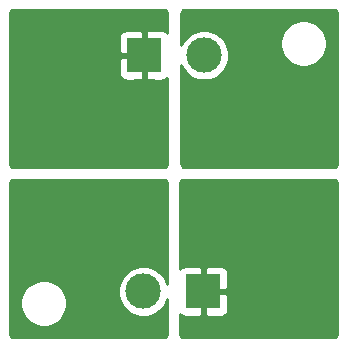
<source format=gbl>
G04 #@! TF.GenerationSoftware,KiCad,Pcbnew,5.1.4-e60b266~84~ubuntu18.04.1*
G04 #@! TF.CreationDate,2019-08-17T00:39:34+05:30*
G04 #@! TF.ProjectId,SFH4715AS_breakout,53464834-3731-4354-9153-5f627265616b,rev?*
G04 #@! TF.SameCoordinates,Original*
G04 #@! TF.FileFunction,Copper,L2,Bot*
G04 #@! TF.FilePolarity,Positive*
%FSLAX46Y46*%
G04 Gerber Fmt 4.6, Leading zero omitted, Abs format (unit mm)*
G04 Created by KiCad (PCBNEW 5.1.4-e60b266~84~ubuntu18.04.1) date 2019-08-17 00:39:34*
%MOMM*%
%LPD*%
G04 APERTURE LIST*
%ADD10C,3.000000*%
%ADD11R,3.000000X3.000000*%
%ADD12C,0.800000*%
%ADD13C,0.600000*%
%ADD14C,0.254000*%
G04 APERTURE END LIST*
D10*
X27580000Y-15000000D03*
D11*
X22500000Y-15000000D03*
D10*
X22420000Y-35000000D03*
D11*
X27500000Y-35000000D03*
D12*
X29100000Y-24100000D03*
X29100000Y-23300000D03*
X29100000Y-22500000D03*
X29900000Y-22500000D03*
X29900000Y-23300000D03*
X29900000Y-24100000D03*
X33000000Y-21000000D03*
X34000000Y-21000000D03*
X35000000Y-21000000D03*
X36000000Y-21000000D03*
X37000000Y-21000000D03*
X33000000Y-20000000D03*
X33000000Y-19000000D03*
X33000000Y-18000000D03*
X33000000Y-17000000D03*
X33000000Y-16000000D03*
X33000000Y-15000000D03*
X33000000Y-14000000D03*
X33000000Y-13000000D03*
X37000000Y-22000000D03*
X36000000Y-22000000D03*
X35000000Y-22000000D03*
X34000000Y-22000000D03*
X33000000Y-22000000D03*
X20900000Y-25900000D03*
X20900000Y-26700000D03*
X20900000Y-27500000D03*
X20100000Y-27500000D03*
X20100000Y-26700000D03*
X20100000Y-25900000D03*
X17000000Y-28000000D03*
X17000000Y-29000000D03*
X17000000Y-30000000D03*
X17000000Y-31000000D03*
X17000000Y-32000000D03*
X17000000Y-33000000D03*
X17000000Y-34000000D03*
X17000000Y-35000000D03*
X17000000Y-36000000D03*
X17000000Y-37000000D03*
X16000000Y-28000000D03*
X15000000Y-28000000D03*
X14000000Y-28000000D03*
X13000000Y-28000000D03*
X13000000Y-29000000D03*
X14000000Y-29000000D03*
X16000000Y-29000000D03*
X15000000Y-29000000D03*
X20100000Y-23000000D03*
X20900000Y-21400000D03*
X20900000Y-22200000D03*
X20100000Y-22200000D03*
X20900000Y-23000000D03*
X20100000Y-21400000D03*
X17000000Y-21000000D03*
X16000000Y-21000000D03*
X15000000Y-21000000D03*
X14000000Y-21000000D03*
X13000000Y-21000000D03*
X17000000Y-20000000D03*
X17000000Y-19000000D03*
X17000000Y-18000000D03*
X17000000Y-17000000D03*
X17000000Y-16000000D03*
X17000000Y-15000000D03*
X17000000Y-14000000D03*
X17000000Y-13000000D03*
X13000000Y-22000000D03*
X14000000Y-22000000D03*
X15000000Y-22000000D03*
X16000000Y-22000000D03*
X17000000Y-22000000D03*
X33000000Y-28000000D03*
X33000000Y-29000000D03*
X33000000Y-30000000D03*
X33000000Y-31000000D03*
X33000000Y-32000000D03*
X33000000Y-33000000D03*
X33000000Y-34000000D03*
X33000000Y-35000000D03*
X33000000Y-36000000D03*
X33000000Y-37000000D03*
X34000000Y-28000000D03*
X35000000Y-28000000D03*
X36000000Y-28000000D03*
X37000000Y-28000000D03*
X37000000Y-29000000D03*
X36000000Y-29000000D03*
X35000000Y-29000000D03*
X34000000Y-29000000D03*
X29100000Y-27000000D03*
X29100000Y-27800000D03*
X29100000Y-28600000D03*
X29900000Y-28600000D03*
X29900000Y-27800000D03*
X29900000Y-27000000D03*
D13*
X29100000Y-24100000D02*
X29100000Y-23300000D01*
X29100000Y-22500000D02*
X29900000Y-22500000D01*
X29900000Y-23300000D02*
X29900000Y-24100000D01*
X29900000Y-22500000D02*
X31500000Y-22500000D01*
X31500000Y-22500000D02*
X33000000Y-21000000D01*
X34000000Y-21000000D02*
X35000000Y-21000000D01*
X36000000Y-21000000D02*
X37000000Y-21000000D01*
X33000000Y-20000000D02*
X33000000Y-19000000D01*
X33000000Y-18000000D02*
X33000000Y-17000000D01*
X33000000Y-17000000D02*
X33000000Y-16000000D01*
X33000000Y-15000000D02*
X33000000Y-14000000D01*
X37000000Y-21000000D02*
X37000000Y-22000000D01*
X36000000Y-22000000D02*
X35000000Y-22000000D01*
X34000000Y-22000000D02*
X33000000Y-22000000D01*
X20900000Y-25900000D02*
X20900000Y-26700000D01*
X20900000Y-26700000D02*
X20900000Y-27500000D01*
X20100000Y-27500000D02*
X20100000Y-26700000D01*
X17000000Y-28000000D02*
X17000000Y-29000000D01*
X17000000Y-30000000D02*
X17000000Y-31000000D01*
X17000000Y-32000000D02*
X17000000Y-33000000D01*
X17000000Y-34000000D02*
X17000000Y-35000000D01*
X17000000Y-36000000D02*
X17000000Y-37000000D01*
X14000000Y-28000000D02*
X13000000Y-28000000D01*
X13000000Y-29000000D02*
X14000000Y-29000000D01*
X20100000Y-22200000D02*
X20900000Y-22200000D01*
X20900000Y-21400000D02*
X20100000Y-21400000D01*
X20900000Y-23000000D02*
X20100000Y-23000000D01*
X17000000Y-21000000D02*
X16000000Y-21000000D01*
X15000000Y-21000000D02*
X14000000Y-21000000D01*
X17000000Y-21000000D02*
X17000000Y-20000000D01*
X17000000Y-19000000D02*
X17000000Y-18000000D01*
X17000000Y-16000000D02*
X17000000Y-15000000D01*
X17000000Y-14000000D02*
X17000000Y-13000000D01*
X13000000Y-22000000D02*
X14000000Y-22000000D01*
X15000000Y-22000000D02*
X16000000Y-22000000D01*
X33000000Y-28000000D02*
X33000000Y-29000000D01*
X33000000Y-30000000D02*
X33000000Y-31000000D01*
X33000000Y-32000000D02*
X33000000Y-33000000D01*
X33000000Y-34000000D02*
X33000000Y-35000000D01*
X33000000Y-36000000D02*
X33000000Y-37000000D01*
X34000000Y-28000000D02*
X35000000Y-28000000D01*
X36000000Y-28000000D02*
X37000000Y-28000000D01*
X37000000Y-29000000D02*
X36000000Y-29000000D01*
X35000000Y-29000000D02*
X34000000Y-29000000D01*
X29100000Y-27000000D02*
X29100000Y-27800000D01*
X29100000Y-28600000D02*
X29900000Y-28600000D01*
X29900000Y-27800000D02*
X29900000Y-27000000D01*
D14*
G36*
X24196257Y-11140769D02*
G01*
X24285955Y-11177923D01*
X24362976Y-11237024D01*
X24422077Y-11314045D01*
X24459231Y-11403743D01*
X24473000Y-11508328D01*
X24473000Y-13075397D01*
X24451185Y-13048815D01*
X24354494Y-12969463D01*
X24244180Y-12910498D01*
X24124482Y-12874188D01*
X24000000Y-12861928D01*
X22785750Y-12865000D01*
X22627000Y-13023750D01*
X22627000Y-14873000D01*
X22647000Y-14873000D01*
X22647000Y-15127000D01*
X22627000Y-15127000D01*
X22627000Y-16976250D01*
X22785750Y-17135000D01*
X24000000Y-17138072D01*
X24124482Y-17125812D01*
X24244180Y-17089502D01*
X24354494Y-17030537D01*
X24451185Y-16951185D01*
X24473000Y-16924603D01*
X24473000Y-24091672D01*
X24459231Y-24196257D01*
X24422077Y-24285955D01*
X24362976Y-24362976D01*
X24285955Y-24422077D01*
X24196257Y-24459231D01*
X24091672Y-24473000D01*
X11508328Y-24473000D01*
X11403743Y-24459231D01*
X11314045Y-24422077D01*
X11237024Y-24362976D01*
X11177923Y-24285955D01*
X11140769Y-24196257D01*
X11127000Y-24091672D01*
X11127000Y-16500000D01*
X20361928Y-16500000D01*
X20374188Y-16624482D01*
X20410498Y-16744180D01*
X20469463Y-16854494D01*
X20548815Y-16951185D01*
X20645506Y-17030537D01*
X20755820Y-17089502D01*
X20875518Y-17125812D01*
X21000000Y-17138072D01*
X22214250Y-17135000D01*
X22373000Y-16976250D01*
X22373000Y-15127000D01*
X20523750Y-15127000D01*
X20365000Y-15285750D01*
X20361928Y-16500000D01*
X11127000Y-16500000D01*
X11127000Y-13500000D01*
X20361928Y-13500000D01*
X20365000Y-14714250D01*
X20523750Y-14873000D01*
X22373000Y-14873000D01*
X22373000Y-13023750D01*
X22214250Y-12865000D01*
X21000000Y-12861928D01*
X20875518Y-12874188D01*
X20755820Y-12910498D01*
X20645506Y-12969463D01*
X20548815Y-13048815D01*
X20469463Y-13145506D01*
X20410498Y-13255820D01*
X20374188Y-13375518D01*
X20361928Y-13500000D01*
X11127000Y-13500000D01*
X11127000Y-11508328D01*
X11140769Y-11403743D01*
X11177923Y-11314045D01*
X11237024Y-11237024D01*
X11314045Y-11177923D01*
X11403743Y-11140769D01*
X11508328Y-11127000D01*
X24091672Y-11127000D01*
X24196257Y-11140769D01*
X24196257Y-11140769D01*
G37*
X24196257Y-11140769D02*
X24285955Y-11177923D01*
X24362976Y-11237024D01*
X24422077Y-11314045D01*
X24459231Y-11403743D01*
X24473000Y-11508328D01*
X24473000Y-13075397D01*
X24451185Y-13048815D01*
X24354494Y-12969463D01*
X24244180Y-12910498D01*
X24124482Y-12874188D01*
X24000000Y-12861928D01*
X22785750Y-12865000D01*
X22627000Y-13023750D01*
X22627000Y-14873000D01*
X22647000Y-14873000D01*
X22647000Y-15127000D01*
X22627000Y-15127000D01*
X22627000Y-16976250D01*
X22785750Y-17135000D01*
X24000000Y-17138072D01*
X24124482Y-17125812D01*
X24244180Y-17089502D01*
X24354494Y-17030537D01*
X24451185Y-16951185D01*
X24473000Y-16924603D01*
X24473000Y-24091672D01*
X24459231Y-24196257D01*
X24422077Y-24285955D01*
X24362976Y-24362976D01*
X24285955Y-24422077D01*
X24196257Y-24459231D01*
X24091672Y-24473000D01*
X11508328Y-24473000D01*
X11403743Y-24459231D01*
X11314045Y-24422077D01*
X11237024Y-24362976D01*
X11177923Y-24285955D01*
X11140769Y-24196257D01*
X11127000Y-24091672D01*
X11127000Y-16500000D01*
X20361928Y-16500000D01*
X20374188Y-16624482D01*
X20410498Y-16744180D01*
X20469463Y-16854494D01*
X20548815Y-16951185D01*
X20645506Y-17030537D01*
X20755820Y-17089502D01*
X20875518Y-17125812D01*
X21000000Y-17138072D01*
X22214250Y-17135000D01*
X22373000Y-16976250D01*
X22373000Y-15127000D01*
X20523750Y-15127000D01*
X20365000Y-15285750D01*
X20361928Y-16500000D01*
X11127000Y-16500000D01*
X11127000Y-13500000D01*
X20361928Y-13500000D01*
X20365000Y-14714250D01*
X20523750Y-14873000D01*
X22373000Y-14873000D01*
X22373000Y-13023750D01*
X22214250Y-12865000D01*
X21000000Y-12861928D01*
X20875518Y-12874188D01*
X20755820Y-12910498D01*
X20645506Y-12969463D01*
X20548815Y-13048815D01*
X20469463Y-13145506D01*
X20410498Y-13255820D01*
X20374188Y-13375518D01*
X20361928Y-13500000D01*
X11127000Y-13500000D01*
X11127000Y-11508328D01*
X11140769Y-11403743D01*
X11177923Y-11314045D01*
X11237024Y-11237024D01*
X11314045Y-11177923D01*
X11403743Y-11140769D01*
X11508328Y-11127000D01*
X24091672Y-11127000D01*
X24196257Y-11140769D01*
G36*
X38596257Y-11140769D02*
G01*
X38685955Y-11177923D01*
X38762976Y-11237024D01*
X38822077Y-11314045D01*
X38859231Y-11403743D01*
X38873000Y-11508328D01*
X38873000Y-24091672D01*
X38859231Y-24196257D01*
X38822077Y-24285955D01*
X38762976Y-24362976D01*
X38685955Y-24422077D01*
X38596257Y-24459231D01*
X38491672Y-24473000D01*
X26008328Y-24473000D01*
X25903743Y-24459231D01*
X25814045Y-24422077D01*
X25737024Y-24362976D01*
X25677923Y-24285955D01*
X25640769Y-24196257D01*
X25627000Y-24091672D01*
X25627000Y-15864064D01*
X25687988Y-16011302D01*
X25921637Y-16360983D01*
X26219017Y-16658363D01*
X26568698Y-16892012D01*
X26957244Y-17052953D01*
X27369721Y-17135000D01*
X27790279Y-17135000D01*
X28202756Y-17052953D01*
X28591302Y-16892012D01*
X28940983Y-16658363D01*
X29238363Y-16360983D01*
X29472012Y-16011302D01*
X29632953Y-15622756D01*
X29715000Y-15210279D01*
X29715000Y-14789721D01*
X29632953Y-14377244D01*
X29472012Y-13988698D01*
X29348932Y-13804495D01*
X34015000Y-13804495D01*
X34015000Y-14195505D01*
X34091282Y-14579003D01*
X34240915Y-14940250D01*
X34458149Y-15265364D01*
X34734636Y-15541851D01*
X35059750Y-15759085D01*
X35420997Y-15908718D01*
X35804495Y-15985000D01*
X36195505Y-15985000D01*
X36579003Y-15908718D01*
X36940250Y-15759085D01*
X37265364Y-15541851D01*
X37541851Y-15265364D01*
X37759085Y-14940250D01*
X37908718Y-14579003D01*
X37985000Y-14195505D01*
X37985000Y-13804495D01*
X37908718Y-13420997D01*
X37759085Y-13059750D01*
X37541851Y-12734636D01*
X37265364Y-12458149D01*
X36940250Y-12240915D01*
X36579003Y-12091282D01*
X36195505Y-12015000D01*
X35804495Y-12015000D01*
X35420997Y-12091282D01*
X35059750Y-12240915D01*
X34734636Y-12458149D01*
X34458149Y-12734636D01*
X34240915Y-13059750D01*
X34091282Y-13420997D01*
X34015000Y-13804495D01*
X29348932Y-13804495D01*
X29238363Y-13639017D01*
X28940983Y-13341637D01*
X28591302Y-13107988D01*
X28202756Y-12947047D01*
X27790279Y-12865000D01*
X27369721Y-12865000D01*
X26957244Y-12947047D01*
X26568698Y-13107988D01*
X26219017Y-13341637D01*
X25921637Y-13639017D01*
X25687988Y-13988698D01*
X25627000Y-14135936D01*
X25627000Y-11508328D01*
X25640769Y-11403743D01*
X25677923Y-11314045D01*
X25737024Y-11237024D01*
X25814045Y-11177923D01*
X25903743Y-11140769D01*
X26008328Y-11127000D01*
X38491672Y-11127000D01*
X38596257Y-11140769D01*
X38596257Y-11140769D01*
G37*
X38596257Y-11140769D02*
X38685955Y-11177923D01*
X38762976Y-11237024D01*
X38822077Y-11314045D01*
X38859231Y-11403743D01*
X38873000Y-11508328D01*
X38873000Y-24091672D01*
X38859231Y-24196257D01*
X38822077Y-24285955D01*
X38762976Y-24362976D01*
X38685955Y-24422077D01*
X38596257Y-24459231D01*
X38491672Y-24473000D01*
X26008328Y-24473000D01*
X25903743Y-24459231D01*
X25814045Y-24422077D01*
X25737024Y-24362976D01*
X25677923Y-24285955D01*
X25640769Y-24196257D01*
X25627000Y-24091672D01*
X25627000Y-15864064D01*
X25687988Y-16011302D01*
X25921637Y-16360983D01*
X26219017Y-16658363D01*
X26568698Y-16892012D01*
X26957244Y-17052953D01*
X27369721Y-17135000D01*
X27790279Y-17135000D01*
X28202756Y-17052953D01*
X28591302Y-16892012D01*
X28940983Y-16658363D01*
X29238363Y-16360983D01*
X29472012Y-16011302D01*
X29632953Y-15622756D01*
X29715000Y-15210279D01*
X29715000Y-14789721D01*
X29632953Y-14377244D01*
X29472012Y-13988698D01*
X29348932Y-13804495D01*
X34015000Y-13804495D01*
X34015000Y-14195505D01*
X34091282Y-14579003D01*
X34240915Y-14940250D01*
X34458149Y-15265364D01*
X34734636Y-15541851D01*
X35059750Y-15759085D01*
X35420997Y-15908718D01*
X35804495Y-15985000D01*
X36195505Y-15985000D01*
X36579003Y-15908718D01*
X36940250Y-15759085D01*
X37265364Y-15541851D01*
X37541851Y-15265364D01*
X37759085Y-14940250D01*
X37908718Y-14579003D01*
X37985000Y-14195505D01*
X37985000Y-13804495D01*
X37908718Y-13420997D01*
X37759085Y-13059750D01*
X37541851Y-12734636D01*
X37265364Y-12458149D01*
X36940250Y-12240915D01*
X36579003Y-12091282D01*
X36195505Y-12015000D01*
X35804495Y-12015000D01*
X35420997Y-12091282D01*
X35059750Y-12240915D01*
X34734636Y-12458149D01*
X34458149Y-12734636D01*
X34240915Y-13059750D01*
X34091282Y-13420997D01*
X34015000Y-13804495D01*
X29348932Y-13804495D01*
X29238363Y-13639017D01*
X28940983Y-13341637D01*
X28591302Y-13107988D01*
X28202756Y-12947047D01*
X27790279Y-12865000D01*
X27369721Y-12865000D01*
X26957244Y-12947047D01*
X26568698Y-13107988D01*
X26219017Y-13341637D01*
X25921637Y-13639017D01*
X25687988Y-13988698D01*
X25627000Y-14135936D01*
X25627000Y-11508328D01*
X25640769Y-11403743D01*
X25677923Y-11314045D01*
X25737024Y-11237024D01*
X25814045Y-11177923D01*
X25903743Y-11140769D01*
X26008328Y-11127000D01*
X38491672Y-11127000D01*
X38596257Y-11140769D01*
G36*
X24196257Y-25540769D02*
G01*
X24285955Y-25577923D01*
X24362976Y-25637024D01*
X24422077Y-25714045D01*
X24459231Y-25803743D01*
X24473000Y-25908328D01*
X24473000Y-34377480D01*
X24472953Y-34377244D01*
X24312012Y-33988698D01*
X24078363Y-33639017D01*
X23780983Y-33341637D01*
X23431302Y-33107988D01*
X23042756Y-32947047D01*
X22630279Y-32865000D01*
X22209721Y-32865000D01*
X21797244Y-32947047D01*
X21408698Y-33107988D01*
X21059017Y-33341637D01*
X20761637Y-33639017D01*
X20527988Y-33988698D01*
X20367047Y-34377244D01*
X20285000Y-34789721D01*
X20285000Y-35210279D01*
X20367047Y-35622756D01*
X20527988Y-36011302D01*
X20761637Y-36360983D01*
X21059017Y-36658363D01*
X21408698Y-36892012D01*
X21797244Y-37052953D01*
X22209721Y-37135000D01*
X22630279Y-37135000D01*
X23042756Y-37052953D01*
X23431302Y-36892012D01*
X23780983Y-36658363D01*
X24078363Y-36360983D01*
X24312012Y-36011302D01*
X24472953Y-35622756D01*
X24473000Y-35622520D01*
X24473000Y-38491672D01*
X24459231Y-38596257D01*
X24422077Y-38685955D01*
X24362976Y-38762976D01*
X24285955Y-38822077D01*
X24196257Y-38859231D01*
X24091672Y-38873000D01*
X11508328Y-38873000D01*
X11403743Y-38859231D01*
X11314045Y-38822077D01*
X11237024Y-38762976D01*
X11177923Y-38685955D01*
X11140769Y-38596257D01*
X11127000Y-38491672D01*
X11127000Y-35804495D01*
X12015000Y-35804495D01*
X12015000Y-36195505D01*
X12091282Y-36579003D01*
X12240915Y-36940250D01*
X12458149Y-37265364D01*
X12734636Y-37541851D01*
X13059750Y-37759085D01*
X13420997Y-37908718D01*
X13804495Y-37985000D01*
X14195505Y-37985000D01*
X14579003Y-37908718D01*
X14940250Y-37759085D01*
X15265364Y-37541851D01*
X15541851Y-37265364D01*
X15759085Y-36940250D01*
X15908718Y-36579003D01*
X15985000Y-36195505D01*
X15985000Y-35804495D01*
X15908718Y-35420997D01*
X15759085Y-35059750D01*
X15541851Y-34734636D01*
X15265364Y-34458149D01*
X14940250Y-34240915D01*
X14579003Y-34091282D01*
X14195505Y-34015000D01*
X13804495Y-34015000D01*
X13420997Y-34091282D01*
X13059750Y-34240915D01*
X12734636Y-34458149D01*
X12458149Y-34734636D01*
X12240915Y-35059750D01*
X12091282Y-35420997D01*
X12015000Y-35804495D01*
X11127000Y-35804495D01*
X11127000Y-25908328D01*
X11140769Y-25803743D01*
X11177923Y-25714045D01*
X11237024Y-25637024D01*
X11314045Y-25577923D01*
X11403743Y-25540769D01*
X11508328Y-25527000D01*
X24091672Y-25527000D01*
X24196257Y-25540769D01*
X24196257Y-25540769D01*
G37*
X24196257Y-25540769D02*
X24285955Y-25577923D01*
X24362976Y-25637024D01*
X24422077Y-25714045D01*
X24459231Y-25803743D01*
X24473000Y-25908328D01*
X24473000Y-34377480D01*
X24472953Y-34377244D01*
X24312012Y-33988698D01*
X24078363Y-33639017D01*
X23780983Y-33341637D01*
X23431302Y-33107988D01*
X23042756Y-32947047D01*
X22630279Y-32865000D01*
X22209721Y-32865000D01*
X21797244Y-32947047D01*
X21408698Y-33107988D01*
X21059017Y-33341637D01*
X20761637Y-33639017D01*
X20527988Y-33988698D01*
X20367047Y-34377244D01*
X20285000Y-34789721D01*
X20285000Y-35210279D01*
X20367047Y-35622756D01*
X20527988Y-36011302D01*
X20761637Y-36360983D01*
X21059017Y-36658363D01*
X21408698Y-36892012D01*
X21797244Y-37052953D01*
X22209721Y-37135000D01*
X22630279Y-37135000D01*
X23042756Y-37052953D01*
X23431302Y-36892012D01*
X23780983Y-36658363D01*
X24078363Y-36360983D01*
X24312012Y-36011302D01*
X24472953Y-35622756D01*
X24473000Y-35622520D01*
X24473000Y-38491672D01*
X24459231Y-38596257D01*
X24422077Y-38685955D01*
X24362976Y-38762976D01*
X24285955Y-38822077D01*
X24196257Y-38859231D01*
X24091672Y-38873000D01*
X11508328Y-38873000D01*
X11403743Y-38859231D01*
X11314045Y-38822077D01*
X11237024Y-38762976D01*
X11177923Y-38685955D01*
X11140769Y-38596257D01*
X11127000Y-38491672D01*
X11127000Y-35804495D01*
X12015000Y-35804495D01*
X12015000Y-36195505D01*
X12091282Y-36579003D01*
X12240915Y-36940250D01*
X12458149Y-37265364D01*
X12734636Y-37541851D01*
X13059750Y-37759085D01*
X13420997Y-37908718D01*
X13804495Y-37985000D01*
X14195505Y-37985000D01*
X14579003Y-37908718D01*
X14940250Y-37759085D01*
X15265364Y-37541851D01*
X15541851Y-37265364D01*
X15759085Y-36940250D01*
X15908718Y-36579003D01*
X15985000Y-36195505D01*
X15985000Y-35804495D01*
X15908718Y-35420997D01*
X15759085Y-35059750D01*
X15541851Y-34734636D01*
X15265364Y-34458149D01*
X14940250Y-34240915D01*
X14579003Y-34091282D01*
X14195505Y-34015000D01*
X13804495Y-34015000D01*
X13420997Y-34091282D01*
X13059750Y-34240915D01*
X12734636Y-34458149D01*
X12458149Y-34734636D01*
X12240915Y-35059750D01*
X12091282Y-35420997D01*
X12015000Y-35804495D01*
X11127000Y-35804495D01*
X11127000Y-25908328D01*
X11140769Y-25803743D01*
X11177923Y-25714045D01*
X11237024Y-25637024D01*
X11314045Y-25577923D01*
X11403743Y-25540769D01*
X11508328Y-25527000D01*
X24091672Y-25527000D01*
X24196257Y-25540769D01*
G36*
X38596257Y-25540769D02*
G01*
X38685955Y-25577923D01*
X38762976Y-25637024D01*
X38822077Y-25714045D01*
X38859231Y-25803743D01*
X38873000Y-25908328D01*
X38873000Y-38491672D01*
X38859231Y-38596257D01*
X38822077Y-38685955D01*
X38762976Y-38762976D01*
X38685955Y-38822077D01*
X38596257Y-38859231D01*
X38491672Y-38873000D01*
X25908328Y-38873000D01*
X25803743Y-38859231D01*
X25714045Y-38822077D01*
X25637024Y-38762976D01*
X25577923Y-38685955D01*
X25540769Y-38596257D01*
X25527000Y-38491672D01*
X25527000Y-36924603D01*
X25548815Y-36951185D01*
X25645506Y-37030537D01*
X25755820Y-37089502D01*
X25875518Y-37125812D01*
X26000000Y-37138072D01*
X27214250Y-37135000D01*
X27373000Y-36976250D01*
X27373000Y-35127000D01*
X27627000Y-35127000D01*
X27627000Y-36976250D01*
X27785750Y-37135000D01*
X29000000Y-37138072D01*
X29124482Y-37125812D01*
X29244180Y-37089502D01*
X29354494Y-37030537D01*
X29451185Y-36951185D01*
X29530537Y-36854494D01*
X29589502Y-36744180D01*
X29625812Y-36624482D01*
X29638072Y-36500000D01*
X29635000Y-35285750D01*
X29476250Y-35127000D01*
X27627000Y-35127000D01*
X27373000Y-35127000D01*
X27353000Y-35127000D01*
X27353000Y-34873000D01*
X27373000Y-34873000D01*
X27373000Y-33023750D01*
X27627000Y-33023750D01*
X27627000Y-34873000D01*
X29476250Y-34873000D01*
X29635000Y-34714250D01*
X29638072Y-33500000D01*
X29625812Y-33375518D01*
X29589502Y-33255820D01*
X29530537Y-33145506D01*
X29451185Y-33048815D01*
X29354494Y-32969463D01*
X29244180Y-32910498D01*
X29124482Y-32874188D01*
X29000000Y-32861928D01*
X27785750Y-32865000D01*
X27627000Y-33023750D01*
X27373000Y-33023750D01*
X27214250Y-32865000D01*
X26000000Y-32861928D01*
X25875518Y-32874188D01*
X25755820Y-32910498D01*
X25645506Y-32969463D01*
X25548815Y-33048815D01*
X25527000Y-33075397D01*
X25527000Y-25908328D01*
X25540769Y-25803743D01*
X25577923Y-25714045D01*
X25637024Y-25637024D01*
X25714045Y-25577923D01*
X25803743Y-25540769D01*
X25908328Y-25527000D01*
X38491672Y-25527000D01*
X38596257Y-25540769D01*
X38596257Y-25540769D01*
G37*
X38596257Y-25540769D02*
X38685955Y-25577923D01*
X38762976Y-25637024D01*
X38822077Y-25714045D01*
X38859231Y-25803743D01*
X38873000Y-25908328D01*
X38873000Y-38491672D01*
X38859231Y-38596257D01*
X38822077Y-38685955D01*
X38762976Y-38762976D01*
X38685955Y-38822077D01*
X38596257Y-38859231D01*
X38491672Y-38873000D01*
X25908328Y-38873000D01*
X25803743Y-38859231D01*
X25714045Y-38822077D01*
X25637024Y-38762976D01*
X25577923Y-38685955D01*
X25540769Y-38596257D01*
X25527000Y-38491672D01*
X25527000Y-36924603D01*
X25548815Y-36951185D01*
X25645506Y-37030537D01*
X25755820Y-37089502D01*
X25875518Y-37125812D01*
X26000000Y-37138072D01*
X27214250Y-37135000D01*
X27373000Y-36976250D01*
X27373000Y-35127000D01*
X27627000Y-35127000D01*
X27627000Y-36976250D01*
X27785750Y-37135000D01*
X29000000Y-37138072D01*
X29124482Y-37125812D01*
X29244180Y-37089502D01*
X29354494Y-37030537D01*
X29451185Y-36951185D01*
X29530537Y-36854494D01*
X29589502Y-36744180D01*
X29625812Y-36624482D01*
X29638072Y-36500000D01*
X29635000Y-35285750D01*
X29476250Y-35127000D01*
X27627000Y-35127000D01*
X27373000Y-35127000D01*
X27353000Y-35127000D01*
X27353000Y-34873000D01*
X27373000Y-34873000D01*
X27373000Y-33023750D01*
X27627000Y-33023750D01*
X27627000Y-34873000D01*
X29476250Y-34873000D01*
X29635000Y-34714250D01*
X29638072Y-33500000D01*
X29625812Y-33375518D01*
X29589502Y-33255820D01*
X29530537Y-33145506D01*
X29451185Y-33048815D01*
X29354494Y-32969463D01*
X29244180Y-32910498D01*
X29124482Y-32874188D01*
X29000000Y-32861928D01*
X27785750Y-32865000D01*
X27627000Y-33023750D01*
X27373000Y-33023750D01*
X27214250Y-32865000D01*
X26000000Y-32861928D01*
X25875518Y-32874188D01*
X25755820Y-32910498D01*
X25645506Y-32969463D01*
X25548815Y-33048815D01*
X25527000Y-33075397D01*
X25527000Y-25908328D01*
X25540769Y-25803743D01*
X25577923Y-25714045D01*
X25637024Y-25637024D01*
X25714045Y-25577923D01*
X25803743Y-25540769D01*
X25908328Y-25527000D01*
X38491672Y-25527000D01*
X38596257Y-25540769D01*
M02*

</source>
